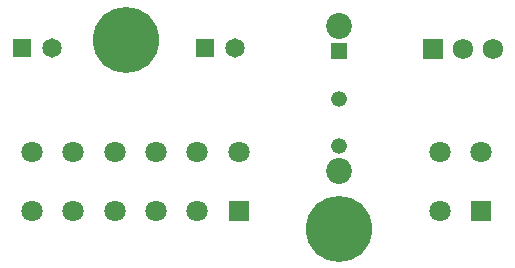
<source format=gbr>
%TF.GenerationSoftware,KiCad,Pcbnew,8.0.7*%
%TF.CreationDate,2024-12-13T10:46:06-05:00*%
%TF.ProjectId,SwerveHubWago,53776572-7665-4487-9562-5761676f2e6b,rev?*%
%TF.SameCoordinates,Original*%
%TF.FileFunction,Soldermask,Bot*%
%TF.FilePolarity,Negative*%
%FSLAX46Y46*%
G04 Gerber Fmt 4.6, Leading zero omitted, Abs format (unit mm)*
G04 Created by KiCad (PCBNEW 8.0.7) date 2024-12-13 10:46:06*
%MOMM*%
%LPD*%
G01*
G04 APERTURE LIST*
%ADD10C,5.600000*%
%ADD11R,1.337000X1.337000*%
%ADD12C,1.337000*%
%ADD13C,2.190000*%
%ADD14R,1.650000X1.650000*%
%ADD15C,1.650000*%
%ADD16R,1.800000X1.800000*%
%ADD17C,1.800000*%
%ADD18R,1.725000X1.725000*%
%ADD19C,1.725000*%
G04 APERTURE END LIST*
D10*
%TO.C,M3*%
X156000000Y-59500000D03*
%TD*%
D11*
%TO.C,S1*%
X156000000Y-44500000D03*
D12*
X156000000Y-48500000D03*
X156000000Y-52500000D03*
D13*
X156000000Y-42350000D03*
X156000000Y-54650000D03*
%TD*%
D10*
%TO.C,M3*%
X138000000Y-43500000D03*
%TD*%
D14*
%TO.C,J4*%
X144665000Y-44195000D03*
D15*
X147205000Y-44195000D03*
%TD*%
D14*
%TO.C,J3*%
X129165000Y-44195000D03*
D15*
X131705000Y-44195000D03*
%TD*%
D16*
%TO.C,J5*%
X147500000Y-58000000D03*
D17*
X147500000Y-53000000D03*
X144000000Y-58000000D03*
X144000000Y-53000000D03*
X140500000Y-58000000D03*
X140500000Y-53000000D03*
X137000000Y-58000000D03*
X137000000Y-53000000D03*
X133500000Y-58000000D03*
X133500000Y-53000000D03*
X130000000Y-58000000D03*
X130000000Y-53000000D03*
%TD*%
D18*
%TO.C,J1*%
X163960000Y-44260000D03*
D19*
X166500000Y-44260000D03*
X169040000Y-44260000D03*
%TD*%
D16*
%TO.C,J2*%
X168040000Y-58000000D03*
D17*
X168040000Y-53000000D03*
X164540000Y-58000000D03*
X164540000Y-53000000D03*
%TD*%
M02*

</source>
